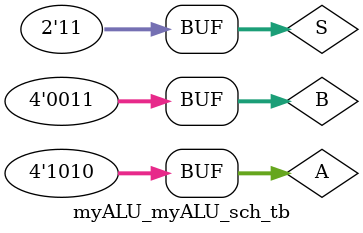
<source format=v>

`timescale 1ns / 1ps

module myALU_myALU_sch_tb();

// Inputs
   reg [3:0] A;
   reg [3:0] B;
   reg [1:0] S;

// Output
   wire [3:0] C;
   wire Co;

// Bidirs

// Instantiate the UUT
   myALU UUT (
		.A(A), 
		.B(B), 
		.S(S), 
		.C(C), 
		.Co(Co)
   );
// Initialize Inputs
       initial begin
		A = 10;
		B = 7;
		S = 0;
		#50;
		B = 3;
		#50;
		S = 1;
		#50;
		S = 2;
		#50;
		S = 3;
end
endmodule

</source>
